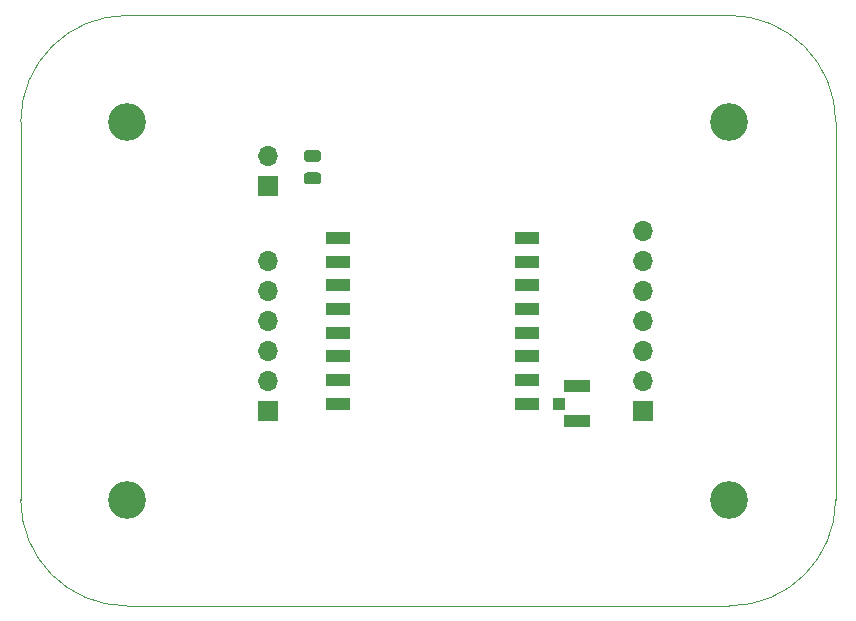
<source format=gbr>
%TF.GenerationSoftware,KiCad,Pcbnew,(5.1.10)-1*%
%TF.CreationDate,2021-08-02T08:48:12-04:00*%
%TF.ProjectId,lora-testing-board,6c6f7261-2d74-4657-9374-696e672d626f,rev?*%
%TF.SameCoordinates,Original*%
%TF.FileFunction,Soldermask,Top*%
%TF.FilePolarity,Negative*%
%FSLAX46Y46*%
G04 Gerber Fmt 4.6, Leading zero omitted, Abs format (unit mm)*
G04 Created by KiCad (PCBNEW (5.1.10)-1) date 2021-08-02 08:48:12*
%MOMM*%
%LPD*%
G01*
G04 APERTURE LIST*
%TA.AperFunction,Profile*%
%ADD10C,0.050000*%
%TD*%
%ADD11C,3.200000*%
%ADD12R,1.700000X1.700000*%
%ADD13O,1.700000X1.700000*%
%ADD14R,1.050000X1.050000*%
%ADD15R,2.200000X1.050000*%
%ADD16R,2.000000X1.000000*%
G04 APERTURE END LIST*
D10*
X137000000Y-118000000D02*
G75*
G02*
X128000000Y-127000000I-9000000J0D01*
G01*
X77000000Y-127000000D02*
G75*
G02*
X68000000Y-118000000I0J9000000D01*
G01*
X128000000Y-77000000D02*
G75*
G02*
X137000000Y-86000000I0J-9000000D01*
G01*
X68000000Y-86000000D02*
G75*
G02*
X77000000Y-77000000I9000000J0D01*
G01*
X128000000Y-77000000D02*
X77000000Y-77000000D01*
X137000000Y-118000000D02*
X137000000Y-86000000D01*
X77000000Y-127000000D02*
X128000000Y-127000000D01*
X68000000Y-86000000D02*
X68000000Y-118000000D01*
D11*
%TO.C,REF\u002A\u002A*%
X77000000Y-86000000D03*
%TD*%
%TO.C,REF\u002A\u002A*%
X128000000Y-86000000D03*
%TD*%
%TO.C,REF\u002A\u002A*%
X128000000Y-118000000D03*
%TD*%
%TO.C,REF\u002A\u002A*%
X77000000Y-118000000D03*
%TD*%
%TO.C,C1*%
G36*
G01*
X92235000Y-88400000D02*
X93185000Y-88400000D01*
G75*
G02*
X93435000Y-88650000I0J-250000D01*
G01*
X93435000Y-89150000D01*
G75*
G02*
X93185000Y-89400000I-250000J0D01*
G01*
X92235000Y-89400000D01*
G75*
G02*
X91985000Y-89150000I0J250000D01*
G01*
X91985000Y-88650000D01*
G75*
G02*
X92235000Y-88400000I250000J0D01*
G01*
G37*
G36*
G01*
X92235000Y-90300000D02*
X93185000Y-90300000D01*
G75*
G02*
X93435000Y-90550000I0J-250000D01*
G01*
X93435000Y-91050000D01*
G75*
G02*
X93185000Y-91300000I-250000J0D01*
G01*
X92235000Y-91300000D01*
G75*
G02*
X91985000Y-91050000I0J250000D01*
G01*
X91985000Y-90550000D01*
G75*
G02*
X92235000Y-90300000I250000J0D01*
G01*
G37*
%TD*%
D12*
%TO.C,J1*%
X88900000Y-91440000D03*
D13*
X88900000Y-88900000D03*
%TD*%
D12*
%TO.C,J2*%
X88900000Y-110490000D03*
D13*
X88900000Y-107950000D03*
X88900000Y-105410000D03*
X88900000Y-102870000D03*
X88900000Y-100330000D03*
X88900000Y-97790000D03*
%TD*%
D14*
%TO.C,J3*%
X113588800Y-109880400D03*
D15*
X115113800Y-108405400D03*
X115113800Y-111355400D03*
%TD*%
D12*
%TO.C,J4*%
X120650000Y-110490000D03*
D13*
X120650000Y-107950000D03*
X120650000Y-105410000D03*
X120650000Y-102870000D03*
X120650000Y-100330000D03*
X120650000Y-97790000D03*
X120650000Y-95250000D03*
%TD*%
D16*
%TO.C,U1*%
X94870000Y-95870000D03*
X94870000Y-97870000D03*
X94870000Y-99870000D03*
X94870000Y-101870000D03*
X94870000Y-103870000D03*
X94870000Y-105870000D03*
X94870000Y-107870000D03*
X94870000Y-109870000D03*
X110870000Y-109870000D03*
X110870000Y-107870000D03*
X110870000Y-105870000D03*
X110870000Y-103870000D03*
X110870000Y-101870000D03*
X110870000Y-99870000D03*
X110870000Y-97870000D03*
X110870000Y-95870000D03*
%TD*%
M02*

</source>
